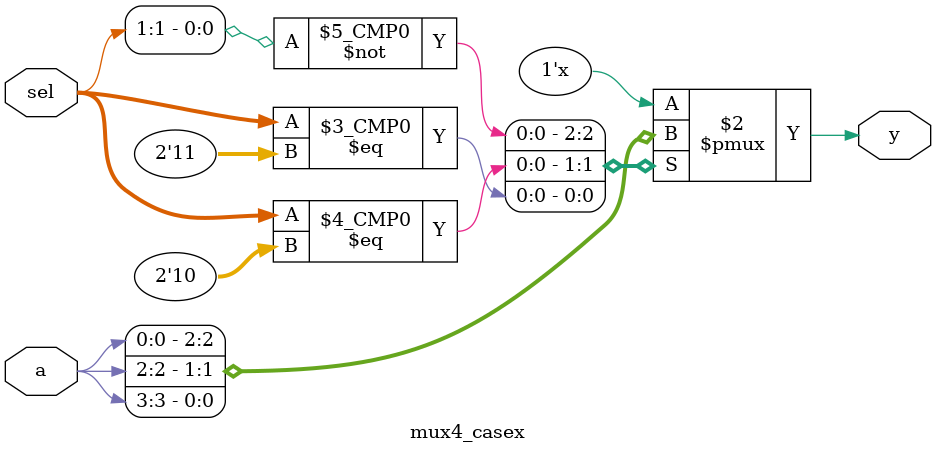
<source format=v>

module mux4_casex(
  input [3:0] a,
  input [1:0] sel,
  output reg y);

  always@(*)begin
    casex(sel)
      2'b0x: y = a[0];   
      2'b10: y = a[2];
      2'b11: y = a[3];
      default: y = 1'b0;
    endcase
  end
endmodule


</source>
